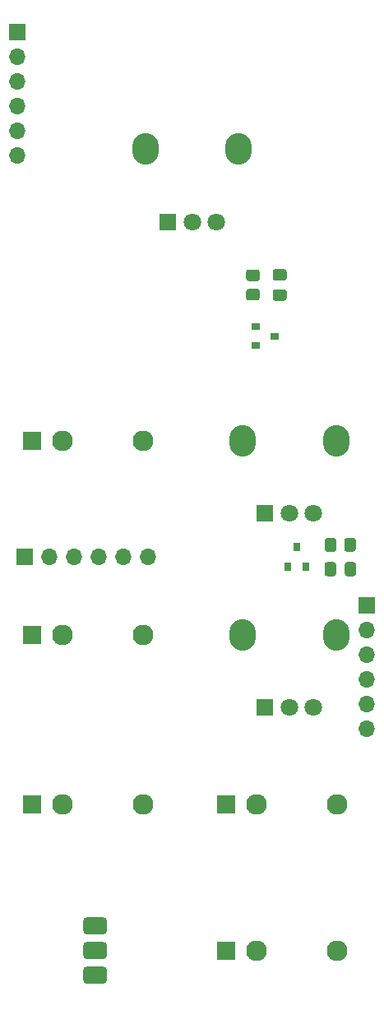
<source format=gbr>
%TF.GenerationSoftware,KiCad,Pcbnew,5.1.8*%
%TF.CreationDate,2020-12-05T20:57:14+00:00*%
%TF.ProjectId,oscillator_prototype,6f736369-6c6c-4617-946f-725f70726f74,rev?*%
%TF.SameCoordinates,Original*%
%TF.FileFunction,Soldermask,Top*%
%TF.FilePolarity,Negative*%
%FSLAX46Y46*%
G04 Gerber Fmt 4.6, Leading zero omitted, Abs format (unit mm)*
G04 Created by KiCad (PCBNEW 5.1.8) date 2020-12-05 20:57:14*
%MOMM*%
%LPD*%
G01*
G04 APERTURE LIST*
%ADD10R,1.700000X1.700000*%
%ADD11O,1.700000X1.700000*%
%ADD12C,2.130000*%
%ADD13R,1.830000X1.930000*%
%ADD14O,2.720000X3.240000*%
%ADD15C,1.800000*%
%ADD16R,1.800000X1.800000*%
%ADD17R,0.800000X0.900000*%
%ADD18R,0.900000X0.800000*%
G04 APERTURE END LIST*
D10*
%TO.C,J11*%
X83000000Y-107000000D03*
D11*
X83000000Y-109540000D03*
X83000000Y-112080000D03*
X83000000Y-114620000D03*
X83000000Y-117160000D03*
X83000000Y-119700000D03*
%TD*%
D12*
%TO.C,J1*%
X79920000Y-127500000D03*
D13*
X68520000Y-127500000D03*
D12*
X71620000Y-127500000D03*
%TD*%
%TO.C,J3*%
X51620000Y-90000000D03*
D13*
X48520000Y-90000000D03*
D12*
X59920000Y-90000000D03*
%TD*%
%TO.C,J4*%
X79920000Y-142500000D03*
D13*
X68520000Y-142500000D03*
D12*
X71620000Y-142500000D03*
%TD*%
%TO.C,J6*%
X51620000Y-127500000D03*
D13*
X48520000Y-127500000D03*
D12*
X59920000Y-127500000D03*
%TD*%
%TO.C,J8*%
X59920000Y-110000000D03*
D13*
X48520000Y-110000000D03*
D12*
X51620000Y-110000000D03*
%TD*%
D14*
%TO.C,RV1*%
X70200000Y-90000000D03*
X79800000Y-90000000D03*
D15*
X77500000Y-97500000D03*
X75000000Y-97500000D03*
D16*
X72500000Y-97500000D03*
%TD*%
%TO.C,RV2*%
X62500000Y-67500000D03*
D15*
X65000000Y-67500000D03*
X67500000Y-67500000D03*
D14*
X69800000Y-60000000D03*
X60200000Y-60000000D03*
%TD*%
D16*
%TO.C,RV7*%
X72500000Y-117500000D03*
D15*
X75000000Y-117500000D03*
X77500000Y-117500000D03*
D14*
X79800000Y-110000000D03*
X70200000Y-110000000D03*
%TD*%
%TO.C,SW1*%
G36*
G01*
X53750000Y-140410000D02*
X53750000Y-139510000D01*
G75*
G02*
X54200000Y-139060000I450000J0D01*
G01*
X55800000Y-139060000D01*
G75*
G02*
X56250000Y-139510000I0J-450000D01*
G01*
X56250000Y-140410000D01*
G75*
G02*
X55800000Y-140860000I-450000J0D01*
G01*
X54200000Y-140860000D01*
G75*
G02*
X53750000Y-140410000I0J450000D01*
G01*
G37*
G36*
G01*
X53750000Y-142950000D02*
X53750000Y-142050000D01*
G75*
G02*
X54200000Y-141600000I450000J0D01*
G01*
X55800000Y-141600000D01*
G75*
G02*
X56250000Y-142050000I0J-450000D01*
G01*
X56250000Y-142950000D01*
G75*
G02*
X55800000Y-143400000I-450000J0D01*
G01*
X54200000Y-143400000D01*
G75*
G02*
X53750000Y-142950000I0J450000D01*
G01*
G37*
G36*
G01*
X53750000Y-145490000D02*
X53750000Y-144590000D01*
G75*
G02*
X54200000Y-144140000I450000J0D01*
G01*
X55800000Y-144140000D01*
G75*
G02*
X56250000Y-144590000I0J-450000D01*
G01*
X56250000Y-145490000D01*
G75*
G02*
X55800000Y-145940000I-450000J0D01*
G01*
X54200000Y-145940000D01*
G75*
G02*
X53750000Y-145490000I0J450000D01*
G01*
G37*
%TD*%
D10*
%TO.C,J9*%
X47750000Y-102000000D03*
D11*
X50290000Y-102000000D03*
X52830000Y-102000000D03*
X55370000Y-102000000D03*
X57910000Y-102000000D03*
X60450000Y-102000000D03*
%TD*%
%TO.C,J13*%
X47000000Y-60700000D03*
X47000000Y-58160000D03*
X47000000Y-55620000D03*
X47000000Y-53080000D03*
X47000000Y-50540000D03*
D10*
X47000000Y-48000000D03*
%TD*%
%TO.C,C8*%
G36*
G01*
X78625000Y-103725000D02*
X78625000Y-102775000D01*
G75*
G02*
X78875000Y-102525000I250000J0D01*
G01*
X79550000Y-102525000D01*
G75*
G02*
X79800000Y-102775000I0J-250000D01*
G01*
X79800000Y-103725000D01*
G75*
G02*
X79550000Y-103975000I-250000J0D01*
G01*
X78875000Y-103975000D01*
G75*
G02*
X78625000Y-103725000I0J250000D01*
G01*
G37*
G36*
G01*
X80700000Y-103725000D02*
X80700000Y-102775000D01*
G75*
G02*
X80950000Y-102525000I250000J0D01*
G01*
X81625000Y-102525000D01*
G75*
G02*
X81875000Y-102775000I0J-250000D01*
G01*
X81875000Y-103725000D01*
G75*
G02*
X81625000Y-103975000I-250000J0D01*
G01*
X80950000Y-103975000D01*
G75*
G02*
X80700000Y-103725000I0J250000D01*
G01*
G37*
%TD*%
%TO.C,C11*%
G36*
G01*
X73525000Y-72375000D02*
X74475000Y-72375000D01*
G75*
G02*
X74725000Y-72625000I0J-250000D01*
G01*
X74725000Y-73300000D01*
G75*
G02*
X74475000Y-73550000I-250000J0D01*
G01*
X73525000Y-73550000D01*
G75*
G02*
X73275000Y-73300000I0J250000D01*
G01*
X73275000Y-72625000D01*
G75*
G02*
X73525000Y-72375000I250000J0D01*
G01*
G37*
G36*
G01*
X73525000Y-74450000D02*
X74475000Y-74450000D01*
G75*
G02*
X74725000Y-74700000I0J-250000D01*
G01*
X74725000Y-75375000D01*
G75*
G02*
X74475000Y-75625000I-250000J0D01*
G01*
X73525000Y-75625000D01*
G75*
G02*
X73275000Y-75375000I0J250000D01*
G01*
X73275000Y-74700000D01*
G75*
G02*
X73525000Y-74450000I250000J0D01*
G01*
G37*
%TD*%
%TO.C,R19*%
G36*
G01*
X70799999Y-72400000D02*
X71700001Y-72400000D01*
G75*
G02*
X71950000Y-72649999I0J-249999D01*
G01*
X71950000Y-73350001D01*
G75*
G02*
X71700001Y-73600000I-249999J0D01*
G01*
X70799999Y-73600000D01*
G75*
G02*
X70550000Y-73350001I0J249999D01*
G01*
X70550000Y-72649999D01*
G75*
G02*
X70799999Y-72400000I249999J0D01*
G01*
G37*
G36*
G01*
X70799999Y-74400000D02*
X71700001Y-74400000D01*
G75*
G02*
X71950000Y-74649999I0J-249999D01*
G01*
X71950000Y-75350001D01*
G75*
G02*
X71700001Y-75600000I-249999J0D01*
G01*
X70799999Y-75600000D01*
G75*
G02*
X70550000Y-75350001I0J249999D01*
G01*
X70550000Y-74649999D01*
G75*
G02*
X70799999Y-74400000I249999J0D01*
G01*
G37*
%TD*%
%TO.C,R24*%
G36*
G01*
X80650000Y-101200001D02*
X80650000Y-100299999D01*
G75*
G02*
X80899999Y-100050000I249999J0D01*
G01*
X81600001Y-100050000D01*
G75*
G02*
X81850000Y-100299999I0J-249999D01*
G01*
X81850000Y-101200001D01*
G75*
G02*
X81600001Y-101450000I-249999J0D01*
G01*
X80899999Y-101450000D01*
G75*
G02*
X80650000Y-101200001I0J249999D01*
G01*
G37*
G36*
G01*
X78650000Y-101200001D02*
X78650000Y-100299999D01*
G75*
G02*
X78899999Y-100050000I249999J0D01*
G01*
X79600001Y-100050000D01*
G75*
G02*
X79850000Y-100299999I0J-249999D01*
G01*
X79850000Y-101200001D01*
G75*
G02*
X79600001Y-101450000I-249999J0D01*
G01*
X78899999Y-101450000D01*
G75*
G02*
X78650000Y-101200001I0J249999D01*
G01*
G37*
%TD*%
D17*
%TO.C,U8*%
X74800000Y-103000000D03*
X76700000Y-103000000D03*
X75750000Y-101000000D03*
%TD*%
D18*
%TO.C,U9*%
X73500000Y-79250000D03*
X71500000Y-80200000D03*
X71500000Y-78300000D03*
%TD*%
M02*

</source>
